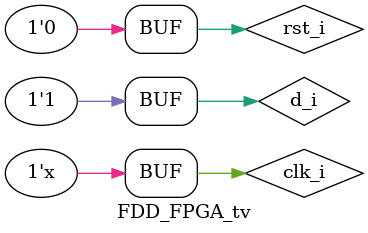
<source format=v>

module FDD_FPGA(
  input 			clk_i,
  input 			rst_i,
  input 			serialin_i,
  input 			move_load_i,
  input [3:0]	d_i,
  output 		q_o
  
);

  // Declaration of signals
  wire ff1q_ff2d;
  wire ff2q_ff3d;
  wire ff3q_ff4d;
  wire clk_df;
  wire salidactr1_w;
  wire salidactr2_w;
  wire salidactr3_w;
  wire salidactr0_w;

  // Instantiate the divisor of frequencies
  DivFreq DF (
    .clk_i	(clk_i),
    .rst_i	(rst_i),
    .clk_o	(clk_df)
  );
  //

  FFD_ctr FFD_ctr3(
  .serialin_i  (serialin_i),
  .move_i 		(move_load_i),
  .move_ni 		(~move_load_i),
  .paralelin_i (d_i[3]),
  .clk_i 		(clk_i),
  .rst_i 		(rst_i),
  .q_o 			(salidactr3_w),
);
  // Instantiate the 1st FFD
  FFD FFD3(
		.d_i		(salidactr3_w),
		.clk_i	(clk_i),//(clk_df),
		.rst_i	(rst_i),
		.q_o		(ff1q_ff2d)
  );

  FFD_ctr FFD_ctr2(
  .serialin_i  (ff1q_ff2d),
  .move_i 		(move_load_i),
  .move_ni 		(~move_load_i),
  .paralelin_i (d_i[2]),
  .clk_i 		(clk_i),
  .rst_i 		(rst_i),
  .q_o 			(salidactr2_w),
);
  // Instantiate the 2nd FFD
  FFD FFD2 (
		.d_i			(salidactr2_w),
		.clk_i		(clk_i),//(clk_df),
		.rst_i		(rst_i),
		.q_o			(ff2q_ff3d)
  );

  FFD_ctr FFD_ctr1(
  .serialin_i  (ff2q_ff3d),
  .move_i 		(move_load_i),
  .move_ni 		(~move_load_i),
  .paralelin_i (d_i[1]),
  .clk_i 		(clk_i),
  .rst_i 		(rst_i),
  .q_o 			(salidactr1_w),
);
  // Instantiate the 3rd FFD
  FFD FFD1 (
	.d_i		(salidactr1_w),
	.clk_i	(clk_i),//(clk_df),
	.rst_i	(rst_i),
	.q_o		(ff3q_ff4d)
  );

  FFD_ctr FFD_ctr0(
  .serialin_i  (ff3q_ff4d),
  .move_i 		(move_load_i),
  .move_ni 		(~move_load_i),
  .paralelin_i (d_i[0]),
  .clk_i 		(clk_i),
  .rst_i 		(rst_i),
  .q_o 			(salidactr0_w),
);
  // Instantiate the 4th FFD
  FFD FFD0(
	.d_i		(salidactr0_w),
	.clk_i	(clk_i),//(clk_df),
	.rst_i	(rst_i),
	.q_o		(q_o)
  );
  
endmodule

// Define the DivFreq module and FFD module accordingly.
// Ensure the correctness of these modules in your code.
// I've assumed they exist based on your previous code snippets.
module FDD_FPGA_tv();
  reg clk_i;
  reg rst_i;
  reg d_i;
  wire q_o;
  
  wire q_o1;
  wire q_o2;
  wire q_o3;
  wire q_o4;

  
  initial
  begin
    clk_i <= 1'b1;
    rst_i <= 1'b1;
    d_i   <= 1'b0;
    
    // Toggle clk_i every 50 time units
    #50 clk_i <= ~clk_i;

    // De-assert rst_i after 100 time units
    #100 rst_i <= 1'b0;

    // Simulate data changes every 100 time units
    #100 d_i <= 1'b0;
    #100 d_i <= 1'b1;
    #100 d_i <= 1'b1;
    #100 d_i <= 1'b0;
    #100 d_i <= 1'b1;
    #100 d_i <= 1'b0;
    #100 d_i <= 1'b1;
	 
  end
    
  // Instantiate the FDD_FPGA module
  FDD_FPGA Out(
    .clk_i		(clk_i),
    .rst_i		(rst_i),
    .d_i			(d_i),
    .q_o			(q_o),
	 
	 .q_o1 		(q_o1),
	 .q_o2 		(q_o2),
	 .q_o3		(q_o3),
	 .q_o4 		(q_o4)
  );
  

endmodule

</source>
